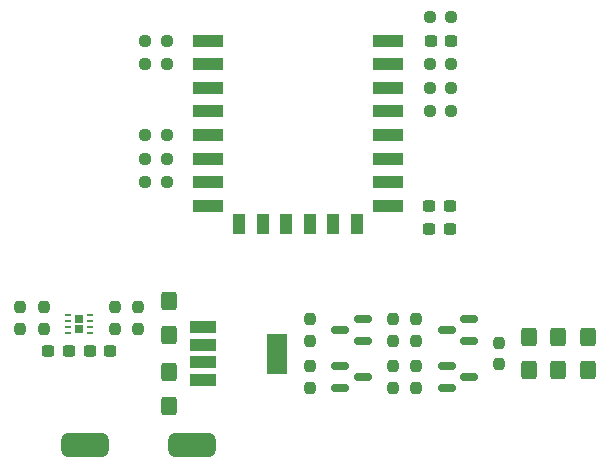
<source format=gbr>
%TF.GenerationSoftware,KiCad,Pcbnew,(6.0.7)*%
%TF.CreationDate,2022-10-04T23:40:54+03:00*%
%TF.ProjectId,ESP8266Tetris,45535038-3236-4365-9465-747269732e6b,1.0*%
%TF.SameCoordinates,Original*%
%TF.FileFunction,Paste,Bot*%
%TF.FilePolarity,Positive*%
%FSLAX46Y46*%
G04 Gerber Fmt 4.6, Leading zero omitted, Abs format (unit mm)*
G04 Created by KiCad (PCBNEW (6.0.7)) date 2022-10-04 23:40:54*
%MOMM*%
%LPD*%
G01*
G04 APERTURE LIST*
G04 Aperture macros list*
%AMRoundRect*
0 Rectangle with rounded corners*
0 $1 Rounding radius*
0 $2 $3 $4 $5 $6 $7 $8 $9 X,Y pos of 4 corners*
0 Add a 4 corners polygon primitive as box body*
4,1,4,$2,$3,$4,$5,$6,$7,$8,$9,$2,$3,0*
0 Add four circle primitives for the rounded corners*
1,1,$1+$1,$2,$3*
1,1,$1+$1,$4,$5*
1,1,$1+$1,$6,$7*
1,1,$1+$1,$8,$9*
0 Add four rect primitives between the rounded corners*
20,1,$1+$1,$2,$3,$4,$5,0*
20,1,$1+$1,$4,$5,$6,$7,0*
20,1,$1+$1,$6,$7,$8,$9,0*
20,1,$1+$1,$8,$9,$2,$3,0*%
G04 Aperture macros list end*
%ADD10RoundRect,0.250000X-0.425000X0.537500X-0.425000X-0.537500X0.425000X-0.537500X0.425000X0.537500X0*%
%ADD11RoundRect,0.250000X0.425000X-0.537500X0.425000X0.537500X-0.425000X0.537500X-0.425000X-0.537500X0*%
%ADD12RoundRect,0.237500X-0.237500X0.250000X-0.237500X-0.250000X0.237500X-0.250000X0.237500X0.250000X0*%
%ADD13RoundRect,0.237500X0.250000X0.237500X-0.250000X0.237500X-0.250000X-0.237500X0.250000X-0.237500X0*%
%ADD14R,2.200000X1.000000*%
%ADD15R,1.800000X3.400000*%
%ADD16RoundRect,0.237500X-0.250000X-0.237500X0.250000X-0.237500X0.250000X0.237500X-0.250000X0.237500X0*%
%ADD17R,2.500000X1.000000*%
%ADD18R,1.000000X1.800000*%
%ADD19RoundRect,0.237500X-0.300000X-0.237500X0.300000X-0.237500X0.300000X0.237500X-0.300000X0.237500X0*%
%ADD20RoundRect,0.237500X0.237500X-0.250000X0.237500X0.250000X-0.237500X0.250000X-0.237500X-0.250000X0*%
%ADD21RoundRect,0.150000X0.587500X0.150000X-0.587500X0.150000X-0.587500X-0.150000X0.587500X-0.150000X0*%
%ADD22RoundRect,0.500000X1.500000X0.500000X-1.500000X0.500000X-1.500000X-0.500000X1.500000X-0.500000X0*%
%ADD23RoundRect,0.237500X0.300000X0.237500X-0.300000X0.237500X-0.300000X-0.237500X0.300000X-0.237500X0*%
%ADD24R,0.750000X0.650000*%
%ADD25R,0.500000X0.250000*%
%ADD26RoundRect,0.150000X-0.587500X-0.150000X0.587500X-0.150000X0.587500X0.150000X-0.587500X0.150000X0*%
G04 APERTURE END LIST*
D10*
%TO.C,C35*%
X152031250Y-64062500D03*
X152031250Y-66937500D03*
%TD*%
%TO.C,C34*%
X149531250Y-64062500D03*
X149531250Y-66937500D03*
%TD*%
%TO.C,C33*%
X154531250Y-64062500D03*
X154531250Y-66937500D03*
%TD*%
D11*
%TO.C,C11*%
X119125000Y-63937500D03*
X119125000Y-61062500D03*
%TD*%
D10*
%TO.C,C9*%
X119125000Y-67062500D03*
X119125000Y-69937500D03*
%TD*%
D12*
%TO.C,R14*%
X116479762Y-61587500D03*
X116479762Y-63412500D03*
%TD*%
D13*
%TO.C,R3*%
X143000000Y-45000000D03*
X141175000Y-45000000D03*
%TD*%
D12*
%TO.C,R29*%
X147031250Y-64587500D03*
X147031250Y-66412500D03*
%TD*%
D14*
%TO.C,U4*%
X121950000Y-67750000D03*
X121950000Y-66250000D03*
X121950000Y-64750000D03*
X121950000Y-63250000D03*
D15*
X128250000Y-65500000D03*
%TD*%
D16*
%TO.C,R4*%
X117087500Y-47000000D03*
X118912500Y-47000000D03*
%TD*%
%TO.C,R10*%
X117087500Y-39000000D03*
X118912500Y-39000000D03*
%TD*%
D17*
%TO.C,U2*%
X137600000Y-39000000D03*
X137600000Y-41000000D03*
X137600000Y-43000000D03*
X137600000Y-45000000D03*
X137600000Y-47000000D03*
X137600000Y-49000000D03*
X137600000Y-51000000D03*
X137600000Y-53000000D03*
D18*
X135000000Y-54500000D03*
X133000000Y-54500000D03*
X131000000Y-54500000D03*
X129000000Y-54500000D03*
X127000000Y-54500000D03*
X125000000Y-54500000D03*
D17*
X122400000Y-53000000D03*
X122400000Y-51000000D03*
X122400000Y-49000000D03*
X122400000Y-47000000D03*
X122400000Y-45000000D03*
X122400000Y-43000000D03*
X122400000Y-41000000D03*
X122400000Y-39000000D03*
%TD*%
D12*
%TO.C,R21*%
X131031250Y-62587500D03*
X131031250Y-64412500D03*
%TD*%
D19*
%TO.C,C8*%
X141137500Y-55000000D03*
X142862500Y-55000000D03*
%TD*%
D20*
%TO.C,R11*%
X114479762Y-63412500D03*
X114479762Y-61587500D03*
%TD*%
D16*
%TO.C,R5*%
X117087500Y-49000000D03*
X118912500Y-49000000D03*
%TD*%
D19*
%TO.C,C4*%
X108867262Y-65250000D03*
X110592262Y-65250000D03*
%TD*%
D20*
%TO.C,R8*%
X108479762Y-63412500D03*
X108479762Y-61587500D03*
%TD*%
%TO.C,R25*%
X138031250Y-68412500D03*
X138031250Y-66587500D03*
%TD*%
D13*
%TO.C,R32*%
X143000000Y-41000000D03*
X141175000Y-41000000D03*
%TD*%
%TO.C,R2*%
X143000000Y-37000000D03*
X141175000Y-37000000D03*
%TD*%
D21*
%TO.C,Q8*%
X135468750Y-62550000D03*
X135468750Y-64450000D03*
X133593750Y-63500000D03*
%TD*%
D22*
%TO.C,BT1*%
X112000000Y-73250000D03*
X121000000Y-73250000D03*
%TD*%
D20*
%TO.C,R12*%
X106479762Y-63412500D03*
X106479762Y-61587500D03*
%TD*%
D23*
%TO.C,C10*%
X114092262Y-65250000D03*
X112367262Y-65250000D03*
%TD*%
%TO.C,C5*%
X142862500Y-53000000D03*
X141137500Y-53000000D03*
%TD*%
D12*
%TO.C,R27*%
X140031250Y-62587500D03*
X140031250Y-64412500D03*
%TD*%
D24*
%TO.C,U3*%
X111475000Y-63400000D03*
X111475000Y-62600000D03*
D25*
X110525000Y-63750000D03*
X110525000Y-63250000D03*
X110525000Y-62750000D03*
X110525000Y-62250000D03*
X112425000Y-62250000D03*
X112425000Y-62750000D03*
X112425000Y-63250000D03*
X112425000Y-63750000D03*
%TD*%
D26*
%TO.C,Q6*%
X142593750Y-68450000D03*
X142593750Y-66550000D03*
X144468750Y-67500000D03*
%TD*%
D16*
%TO.C,R9*%
X117087500Y-41000000D03*
X118912500Y-41000000D03*
%TD*%
%TO.C,R6*%
X117087500Y-51000000D03*
X118912500Y-51000000D03*
%TD*%
D19*
%TO.C,C3*%
X141225000Y-39000000D03*
X142950000Y-39000000D03*
%TD*%
D12*
%TO.C,R23*%
X138031250Y-62587500D03*
X138031250Y-64412500D03*
%TD*%
%TO.C,R34*%
X131031250Y-66587500D03*
X131031250Y-68412500D03*
%TD*%
D21*
%TO.C,Q9*%
X144468750Y-62550000D03*
X144468750Y-64450000D03*
X142593750Y-63500000D03*
%TD*%
D20*
%TO.C,R16*%
X140031250Y-68412500D03*
X140031250Y-66587500D03*
%TD*%
D26*
%TO.C,Q7*%
X133593750Y-68450000D03*
X133593750Y-66550000D03*
X135468750Y-67500000D03*
%TD*%
D16*
%TO.C,R31*%
X141175000Y-43000000D03*
X143000000Y-43000000D03*
%TD*%
M02*

</source>
